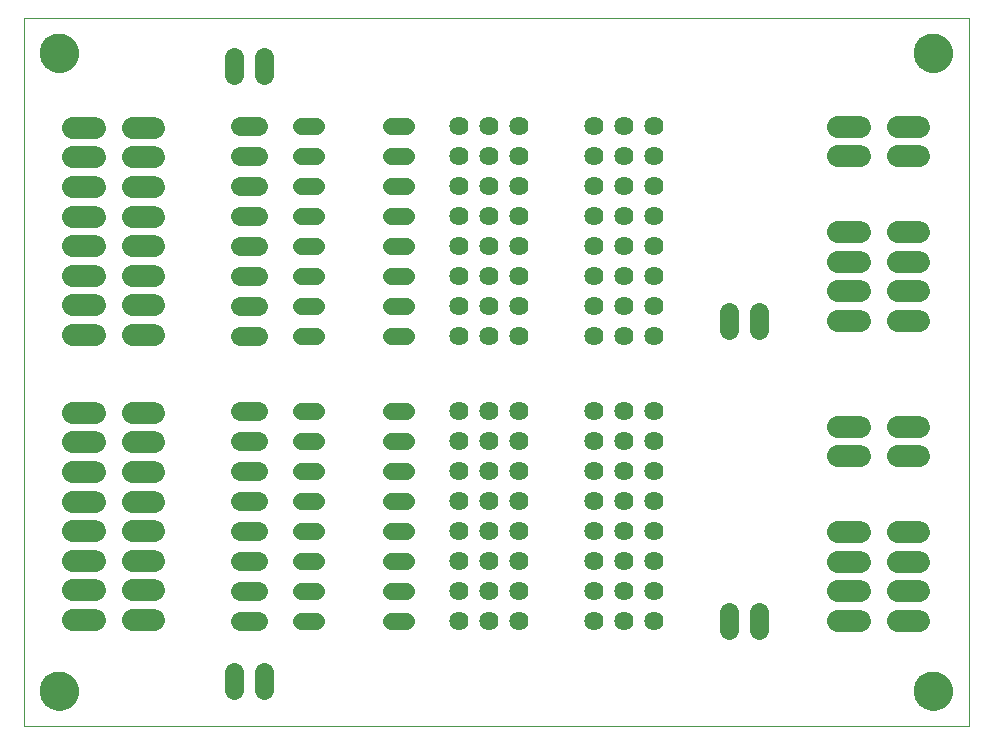
<source format=gbs>
G75*
%MOIN*%
%OFA0B0*%
%FSLAX25Y25*%
%IPPOS*%
%LPD*%
%AMOC8*
5,1,8,0,0,1.08239X$1,22.5*
%
%ADD10C,0.00000*%
%ADD11C,0.12998*%
%ADD12C,0.06400*%
%ADD13C,0.06400*%
%ADD14C,0.07487*%
%ADD15C,0.05600*%
D10*
X0001000Y0001000D02*
X0001000Y0237220D01*
X0315961Y0237220D01*
X0315961Y0001000D01*
X0001000Y0001000D01*
X0006512Y0012811D02*
X0006514Y0012969D01*
X0006520Y0013127D01*
X0006530Y0013285D01*
X0006544Y0013443D01*
X0006562Y0013600D01*
X0006583Y0013757D01*
X0006609Y0013913D01*
X0006639Y0014069D01*
X0006672Y0014224D01*
X0006710Y0014377D01*
X0006751Y0014530D01*
X0006796Y0014682D01*
X0006845Y0014833D01*
X0006898Y0014982D01*
X0006954Y0015130D01*
X0007014Y0015276D01*
X0007078Y0015421D01*
X0007146Y0015564D01*
X0007217Y0015706D01*
X0007291Y0015846D01*
X0007369Y0015983D01*
X0007451Y0016119D01*
X0007535Y0016253D01*
X0007624Y0016384D01*
X0007715Y0016513D01*
X0007810Y0016640D01*
X0007907Y0016765D01*
X0008008Y0016887D01*
X0008112Y0017006D01*
X0008219Y0017123D01*
X0008329Y0017237D01*
X0008442Y0017348D01*
X0008557Y0017457D01*
X0008675Y0017562D01*
X0008796Y0017664D01*
X0008919Y0017764D01*
X0009045Y0017860D01*
X0009173Y0017953D01*
X0009303Y0018043D01*
X0009436Y0018129D01*
X0009571Y0018213D01*
X0009707Y0018292D01*
X0009846Y0018369D01*
X0009987Y0018441D01*
X0010129Y0018511D01*
X0010273Y0018576D01*
X0010419Y0018638D01*
X0010566Y0018696D01*
X0010715Y0018751D01*
X0010865Y0018802D01*
X0011016Y0018849D01*
X0011168Y0018892D01*
X0011321Y0018931D01*
X0011476Y0018967D01*
X0011631Y0018998D01*
X0011787Y0019026D01*
X0011943Y0019050D01*
X0012100Y0019070D01*
X0012258Y0019086D01*
X0012415Y0019098D01*
X0012574Y0019106D01*
X0012732Y0019110D01*
X0012890Y0019110D01*
X0013048Y0019106D01*
X0013207Y0019098D01*
X0013364Y0019086D01*
X0013522Y0019070D01*
X0013679Y0019050D01*
X0013835Y0019026D01*
X0013991Y0018998D01*
X0014146Y0018967D01*
X0014301Y0018931D01*
X0014454Y0018892D01*
X0014606Y0018849D01*
X0014757Y0018802D01*
X0014907Y0018751D01*
X0015056Y0018696D01*
X0015203Y0018638D01*
X0015349Y0018576D01*
X0015493Y0018511D01*
X0015635Y0018441D01*
X0015776Y0018369D01*
X0015915Y0018292D01*
X0016051Y0018213D01*
X0016186Y0018129D01*
X0016319Y0018043D01*
X0016449Y0017953D01*
X0016577Y0017860D01*
X0016703Y0017764D01*
X0016826Y0017664D01*
X0016947Y0017562D01*
X0017065Y0017457D01*
X0017180Y0017348D01*
X0017293Y0017237D01*
X0017403Y0017123D01*
X0017510Y0017006D01*
X0017614Y0016887D01*
X0017715Y0016765D01*
X0017812Y0016640D01*
X0017907Y0016513D01*
X0017998Y0016384D01*
X0018087Y0016253D01*
X0018171Y0016119D01*
X0018253Y0015983D01*
X0018331Y0015846D01*
X0018405Y0015706D01*
X0018476Y0015564D01*
X0018544Y0015421D01*
X0018608Y0015276D01*
X0018668Y0015130D01*
X0018724Y0014982D01*
X0018777Y0014833D01*
X0018826Y0014682D01*
X0018871Y0014530D01*
X0018912Y0014377D01*
X0018950Y0014224D01*
X0018983Y0014069D01*
X0019013Y0013913D01*
X0019039Y0013757D01*
X0019060Y0013600D01*
X0019078Y0013443D01*
X0019092Y0013285D01*
X0019102Y0013127D01*
X0019108Y0012969D01*
X0019110Y0012811D01*
X0019108Y0012653D01*
X0019102Y0012495D01*
X0019092Y0012337D01*
X0019078Y0012179D01*
X0019060Y0012022D01*
X0019039Y0011865D01*
X0019013Y0011709D01*
X0018983Y0011553D01*
X0018950Y0011398D01*
X0018912Y0011245D01*
X0018871Y0011092D01*
X0018826Y0010940D01*
X0018777Y0010789D01*
X0018724Y0010640D01*
X0018668Y0010492D01*
X0018608Y0010346D01*
X0018544Y0010201D01*
X0018476Y0010058D01*
X0018405Y0009916D01*
X0018331Y0009776D01*
X0018253Y0009639D01*
X0018171Y0009503D01*
X0018087Y0009369D01*
X0017998Y0009238D01*
X0017907Y0009109D01*
X0017812Y0008982D01*
X0017715Y0008857D01*
X0017614Y0008735D01*
X0017510Y0008616D01*
X0017403Y0008499D01*
X0017293Y0008385D01*
X0017180Y0008274D01*
X0017065Y0008165D01*
X0016947Y0008060D01*
X0016826Y0007958D01*
X0016703Y0007858D01*
X0016577Y0007762D01*
X0016449Y0007669D01*
X0016319Y0007579D01*
X0016186Y0007493D01*
X0016051Y0007409D01*
X0015915Y0007330D01*
X0015776Y0007253D01*
X0015635Y0007181D01*
X0015493Y0007111D01*
X0015349Y0007046D01*
X0015203Y0006984D01*
X0015056Y0006926D01*
X0014907Y0006871D01*
X0014757Y0006820D01*
X0014606Y0006773D01*
X0014454Y0006730D01*
X0014301Y0006691D01*
X0014146Y0006655D01*
X0013991Y0006624D01*
X0013835Y0006596D01*
X0013679Y0006572D01*
X0013522Y0006552D01*
X0013364Y0006536D01*
X0013207Y0006524D01*
X0013048Y0006516D01*
X0012890Y0006512D01*
X0012732Y0006512D01*
X0012574Y0006516D01*
X0012415Y0006524D01*
X0012258Y0006536D01*
X0012100Y0006552D01*
X0011943Y0006572D01*
X0011787Y0006596D01*
X0011631Y0006624D01*
X0011476Y0006655D01*
X0011321Y0006691D01*
X0011168Y0006730D01*
X0011016Y0006773D01*
X0010865Y0006820D01*
X0010715Y0006871D01*
X0010566Y0006926D01*
X0010419Y0006984D01*
X0010273Y0007046D01*
X0010129Y0007111D01*
X0009987Y0007181D01*
X0009846Y0007253D01*
X0009707Y0007330D01*
X0009571Y0007409D01*
X0009436Y0007493D01*
X0009303Y0007579D01*
X0009173Y0007669D01*
X0009045Y0007762D01*
X0008919Y0007858D01*
X0008796Y0007958D01*
X0008675Y0008060D01*
X0008557Y0008165D01*
X0008442Y0008274D01*
X0008329Y0008385D01*
X0008219Y0008499D01*
X0008112Y0008616D01*
X0008008Y0008735D01*
X0007907Y0008857D01*
X0007810Y0008982D01*
X0007715Y0009109D01*
X0007624Y0009238D01*
X0007535Y0009369D01*
X0007451Y0009503D01*
X0007369Y0009639D01*
X0007291Y0009776D01*
X0007217Y0009916D01*
X0007146Y0010058D01*
X0007078Y0010201D01*
X0007014Y0010346D01*
X0006954Y0010492D01*
X0006898Y0010640D01*
X0006845Y0010789D01*
X0006796Y0010940D01*
X0006751Y0011092D01*
X0006710Y0011245D01*
X0006672Y0011398D01*
X0006639Y0011553D01*
X0006609Y0011709D01*
X0006583Y0011865D01*
X0006562Y0012022D01*
X0006544Y0012179D01*
X0006530Y0012337D01*
X0006520Y0012495D01*
X0006514Y0012653D01*
X0006512Y0012811D01*
X0006512Y0225409D02*
X0006514Y0225567D01*
X0006520Y0225725D01*
X0006530Y0225883D01*
X0006544Y0226041D01*
X0006562Y0226198D01*
X0006583Y0226355D01*
X0006609Y0226511D01*
X0006639Y0226667D01*
X0006672Y0226822D01*
X0006710Y0226975D01*
X0006751Y0227128D01*
X0006796Y0227280D01*
X0006845Y0227431D01*
X0006898Y0227580D01*
X0006954Y0227728D01*
X0007014Y0227874D01*
X0007078Y0228019D01*
X0007146Y0228162D01*
X0007217Y0228304D01*
X0007291Y0228444D01*
X0007369Y0228581D01*
X0007451Y0228717D01*
X0007535Y0228851D01*
X0007624Y0228982D01*
X0007715Y0229111D01*
X0007810Y0229238D01*
X0007907Y0229363D01*
X0008008Y0229485D01*
X0008112Y0229604D01*
X0008219Y0229721D01*
X0008329Y0229835D01*
X0008442Y0229946D01*
X0008557Y0230055D01*
X0008675Y0230160D01*
X0008796Y0230262D01*
X0008919Y0230362D01*
X0009045Y0230458D01*
X0009173Y0230551D01*
X0009303Y0230641D01*
X0009436Y0230727D01*
X0009571Y0230811D01*
X0009707Y0230890D01*
X0009846Y0230967D01*
X0009987Y0231039D01*
X0010129Y0231109D01*
X0010273Y0231174D01*
X0010419Y0231236D01*
X0010566Y0231294D01*
X0010715Y0231349D01*
X0010865Y0231400D01*
X0011016Y0231447D01*
X0011168Y0231490D01*
X0011321Y0231529D01*
X0011476Y0231565D01*
X0011631Y0231596D01*
X0011787Y0231624D01*
X0011943Y0231648D01*
X0012100Y0231668D01*
X0012258Y0231684D01*
X0012415Y0231696D01*
X0012574Y0231704D01*
X0012732Y0231708D01*
X0012890Y0231708D01*
X0013048Y0231704D01*
X0013207Y0231696D01*
X0013364Y0231684D01*
X0013522Y0231668D01*
X0013679Y0231648D01*
X0013835Y0231624D01*
X0013991Y0231596D01*
X0014146Y0231565D01*
X0014301Y0231529D01*
X0014454Y0231490D01*
X0014606Y0231447D01*
X0014757Y0231400D01*
X0014907Y0231349D01*
X0015056Y0231294D01*
X0015203Y0231236D01*
X0015349Y0231174D01*
X0015493Y0231109D01*
X0015635Y0231039D01*
X0015776Y0230967D01*
X0015915Y0230890D01*
X0016051Y0230811D01*
X0016186Y0230727D01*
X0016319Y0230641D01*
X0016449Y0230551D01*
X0016577Y0230458D01*
X0016703Y0230362D01*
X0016826Y0230262D01*
X0016947Y0230160D01*
X0017065Y0230055D01*
X0017180Y0229946D01*
X0017293Y0229835D01*
X0017403Y0229721D01*
X0017510Y0229604D01*
X0017614Y0229485D01*
X0017715Y0229363D01*
X0017812Y0229238D01*
X0017907Y0229111D01*
X0017998Y0228982D01*
X0018087Y0228851D01*
X0018171Y0228717D01*
X0018253Y0228581D01*
X0018331Y0228444D01*
X0018405Y0228304D01*
X0018476Y0228162D01*
X0018544Y0228019D01*
X0018608Y0227874D01*
X0018668Y0227728D01*
X0018724Y0227580D01*
X0018777Y0227431D01*
X0018826Y0227280D01*
X0018871Y0227128D01*
X0018912Y0226975D01*
X0018950Y0226822D01*
X0018983Y0226667D01*
X0019013Y0226511D01*
X0019039Y0226355D01*
X0019060Y0226198D01*
X0019078Y0226041D01*
X0019092Y0225883D01*
X0019102Y0225725D01*
X0019108Y0225567D01*
X0019110Y0225409D01*
X0019108Y0225251D01*
X0019102Y0225093D01*
X0019092Y0224935D01*
X0019078Y0224777D01*
X0019060Y0224620D01*
X0019039Y0224463D01*
X0019013Y0224307D01*
X0018983Y0224151D01*
X0018950Y0223996D01*
X0018912Y0223843D01*
X0018871Y0223690D01*
X0018826Y0223538D01*
X0018777Y0223387D01*
X0018724Y0223238D01*
X0018668Y0223090D01*
X0018608Y0222944D01*
X0018544Y0222799D01*
X0018476Y0222656D01*
X0018405Y0222514D01*
X0018331Y0222374D01*
X0018253Y0222237D01*
X0018171Y0222101D01*
X0018087Y0221967D01*
X0017998Y0221836D01*
X0017907Y0221707D01*
X0017812Y0221580D01*
X0017715Y0221455D01*
X0017614Y0221333D01*
X0017510Y0221214D01*
X0017403Y0221097D01*
X0017293Y0220983D01*
X0017180Y0220872D01*
X0017065Y0220763D01*
X0016947Y0220658D01*
X0016826Y0220556D01*
X0016703Y0220456D01*
X0016577Y0220360D01*
X0016449Y0220267D01*
X0016319Y0220177D01*
X0016186Y0220091D01*
X0016051Y0220007D01*
X0015915Y0219928D01*
X0015776Y0219851D01*
X0015635Y0219779D01*
X0015493Y0219709D01*
X0015349Y0219644D01*
X0015203Y0219582D01*
X0015056Y0219524D01*
X0014907Y0219469D01*
X0014757Y0219418D01*
X0014606Y0219371D01*
X0014454Y0219328D01*
X0014301Y0219289D01*
X0014146Y0219253D01*
X0013991Y0219222D01*
X0013835Y0219194D01*
X0013679Y0219170D01*
X0013522Y0219150D01*
X0013364Y0219134D01*
X0013207Y0219122D01*
X0013048Y0219114D01*
X0012890Y0219110D01*
X0012732Y0219110D01*
X0012574Y0219114D01*
X0012415Y0219122D01*
X0012258Y0219134D01*
X0012100Y0219150D01*
X0011943Y0219170D01*
X0011787Y0219194D01*
X0011631Y0219222D01*
X0011476Y0219253D01*
X0011321Y0219289D01*
X0011168Y0219328D01*
X0011016Y0219371D01*
X0010865Y0219418D01*
X0010715Y0219469D01*
X0010566Y0219524D01*
X0010419Y0219582D01*
X0010273Y0219644D01*
X0010129Y0219709D01*
X0009987Y0219779D01*
X0009846Y0219851D01*
X0009707Y0219928D01*
X0009571Y0220007D01*
X0009436Y0220091D01*
X0009303Y0220177D01*
X0009173Y0220267D01*
X0009045Y0220360D01*
X0008919Y0220456D01*
X0008796Y0220556D01*
X0008675Y0220658D01*
X0008557Y0220763D01*
X0008442Y0220872D01*
X0008329Y0220983D01*
X0008219Y0221097D01*
X0008112Y0221214D01*
X0008008Y0221333D01*
X0007907Y0221455D01*
X0007810Y0221580D01*
X0007715Y0221707D01*
X0007624Y0221836D01*
X0007535Y0221967D01*
X0007451Y0222101D01*
X0007369Y0222237D01*
X0007291Y0222374D01*
X0007217Y0222514D01*
X0007146Y0222656D01*
X0007078Y0222799D01*
X0007014Y0222944D01*
X0006954Y0223090D01*
X0006898Y0223238D01*
X0006845Y0223387D01*
X0006796Y0223538D01*
X0006751Y0223690D01*
X0006710Y0223843D01*
X0006672Y0223996D01*
X0006639Y0224151D01*
X0006609Y0224307D01*
X0006583Y0224463D01*
X0006562Y0224620D01*
X0006544Y0224777D01*
X0006530Y0224935D01*
X0006520Y0225093D01*
X0006514Y0225251D01*
X0006512Y0225409D01*
X0297851Y0225409D02*
X0297853Y0225567D01*
X0297859Y0225725D01*
X0297869Y0225883D01*
X0297883Y0226041D01*
X0297901Y0226198D01*
X0297922Y0226355D01*
X0297948Y0226511D01*
X0297978Y0226667D01*
X0298011Y0226822D01*
X0298049Y0226975D01*
X0298090Y0227128D01*
X0298135Y0227280D01*
X0298184Y0227431D01*
X0298237Y0227580D01*
X0298293Y0227728D01*
X0298353Y0227874D01*
X0298417Y0228019D01*
X0298485Y0228162D01*
X0298556Y0228304D01*
X0298630Y0228444D01*
X0298708Y0228581D01*
X0298790Y0228717D01*
X0298874Y0228851D01*
X0298963Y0228982D01*
X0299054Y0229111D01*
X0299149Y0229238D01*
X0299246Y0229363D01*
X0299347Y0229485D01*
X0299451Y0229604D01*
X0299558Y0229721D01*
X0299668Y0229835D01*
X0299781Y0229946D01*
X0299896Y0230055D01*
X0300014Y0230160D01*
X0300135Y0230262D01*
X0300258Y0230362D01*
X0300384Y0230458D01*
X0300512Y0230551D01*
X0300642Y0230641D01*
X0300775Y0230727D01*
X0300910Y0230811D01*
X0301046Y0230890D01*
X0301185Y0230967D01*
X0301326Y0231039D01*
X0301468Y0231109D01*
X0301612Y0231174D01*
X0301758Y0231236D01*
X0301905Y0231294D01*
X0302054Y0231349D01*
X0302204Y0231400D01*
X0302355Y0231447D01*
X0302507Y0231490D01*
X0302660Y0231529D01*
X0302815Y0231565D01*
X0302970Y0231596D01*
X0303126Y0231624D01*
X0303282Y0231648D01*
X0303439Y0231668D01*
X0303597Y0231684D01*
X0303754Y0231696D01*
X0303913Y0231704D01*
X0304071Y0231708D01*
X0304229Y0231708D01*
X0304387Y0231704D01*
X0304546Y0231696D01*
X0304703Y0231684D01*
X0304861Y0231668D01*
X0305018Y0231648D01*
X0305174Y0231624D01*
X0305330Y0231596D01*
X0305485Y0231565D01*
X0305640Y0231529D01*
X0305793Y0231490D01*
X0305945Y0231447D01*
X0306096Y0231400D01*
X0306246Y0231349D01*
X0306395Y0231294D01*
X0306542Y0231236D01*
X0306688Y0231174D01*
X0306832Y0231109D01*
X0306974Y0231039D01*
X0307115Y0230967D01*
X0307254Y0230890D01*
X0307390Y0230811D01*
X0307525Y0230727D01*
X0307658Y0230641D01*
X0307788Y0230551D01*
X0307916Y0230458D01*
X0308042Y0230362D01*
X0308165Y0230262D01*
X0308286Y0230160D01*
X0308404Y0230055D01*
X0308519Y0229946D01*
X0308632Y0229835D01*
X0308742Y0229721D01*
X0308849Y0229604D01*
X0308953Y0229485D01*
X0309054Y0229363D01*
X0309151Y0229238D01*
X0309246Y0229111D01*
X0309337Y0228982D01*
X0309426Y0228851D01*
X0309510Y0228717D01*
X0309592Y0228581D01*
X0309670Y0228444D01*
X0309744Y0228304D01*
X0309815Y0228162D01*
X0309883Y0228019D01*
X0309947Y0227874D01*
X0310007Y0227728D01*
X0310063Y0227580D01*
X0310116Y0227431D01*
X0310165Y0227280D01*
X0310210Y0227128D01*
X0310251Y0226975D01*
X0310289Y0226822D01*
X0310322Y0226667D01*
X0310352Y0226511D01*
X0310378Y0226355D01*
X0310399Y0226198D01*
X0310417Y0226041D01*
X0310431Y0225883D01*
X0310441Y0225725D01*
X0310447Y0225567D01*
X0310449Y0225409D01*
X0310447Y0225251D01*
X0310441Y0225093D01*
X0310431Y0224935D01*
X0310417Y0224777D01*
X0310399Y0224620D01*
X0310378Y0224463D01*
X0310352Y0224307D01*
X0310322Y0224151D01*
X0310289Y0223996D01*
X0310251Y0223843D01*
X0310210Y0223690D01*
X0310165Y0223538D01*
X0310116Y0223387D01*
X0310063Y0223238D01*
X0310007Y0223090D01*
X0309947Y0222944D01*
X0309883Y0222799D01*
X0309815Y0222656D01*
X0309744Y0222514D01*
X0309670Y0222374D01*
X0309592Y0222237D01*
X0309510Y0222101D01*
X0309426Y0221967D01*
X0309337Y0221836D01*
X0309246Y0221707D01*
X0309151Y0221580D01*
X0309054Y0221455D01*
X0308953Y0221333D01*
X0308849Y0221214D01*
X0308742Y0221097D01*
X0308632Y0220983D01*
X0308519Y0220872D01*
X0308404Y0220763D01*
X0308286Y0220658D01*
X0308165Y0220556D01*
X0308042Y0220456D01*
X0307916Y0220360D01*
X0307788Y0220267D01*
X0307658Y0220177D01*
X0307525Y0220091D01*
X0307390Y0220007D01*
X0307254Y0219928D01*
X0307115Y0219851D01*
X0306974Y0219779D01*
X0306832Y0219709D01*
X0306688Y0219644D01*
X0306542Y0219582D01*
X0306395Y0219524D01*
X0306246Y0219469D01*
X0306096Y0219418D01*
X0305945Y0219371D01*
X0305793Y0219328D01*
X0305640Y0219289D01*
X0305485Y0219253D01*
X0305330Y0219222D01*
X0305174Y0219194D01*
X0305018Y0219170D01*
X0304861Y0219150D01*
X0304703Y0219134D01*
X0304546Y0219122D01*
X0304387Y0219114D01*
X0304229Y0219110D01*
X0304071Y0219110D01*
X0303913Y0219114D01*
X0303754Y0219122D01*
X0303597Y0219134D01*
X0303439Y0219150D01*
X0303282Y0219170D01*
X0303126Y0219194D01*
X0302970Y0219222D01*
X0302815Y0219253D01*
X0302660Y0219289D01*
X0302507Y0219328D01*
X0302355Y0219371D01*
X0302204Y0219418D01*
X0302054Y0219469D01*
X0301905Y0219524D01*
X0301758Y0219582D01*
X0301612Y0219644D01*
X0301468Y0219709D01*
X0301326Y0219779D01*
X0301185Y0219851D01*
X0301046Y0219928D01*
X0300910Y0220007D01*
X0300775Y0220091D01*
X0300642Y0220177D01*
X0300512Y0220267D01*
X0300384Y0220360D01*
X0300258Y0220456D01*
X0300135Y0220556D01*
X0300014Y0220658D01*
X0299896Y0220763D01*
X0299781Y0220872D01*
X0299668Y0220983D01*
X0299558Y0221097D01*
X0299451Y0221214D01*
X0299347Y0221333D01*
X0299246Y0221455D01*
X0299149Y0221580D01*
X0299054Y0221707D01*
X0298963Y0221836D01*
X0298874Y0221967D01*
X0298790Y0222101D01*
X0298708Y0222237D01*
X0298630Y0222374D01*
X0298556Y0222514D01*
X0298485Y0222656D01*
X0298417Y0222799D01*
X0298353Y0222944D01*
X0298293Y0223090D01*
X0298237Y0223238D01*
X0298184Y0223387D01*
X0298135Y0223538D01*
X0298090Y0223690D01*
X0298049Y0223843D01*
X0298011Y0223996D01*
X0297978Y0224151D01*
X0297948Y0224307D01*
X0297922Y0224463D01*
X0297901Y0224620D01*
X0297883Y0224777D01*
X0297869Y0224935D01*
X0297859Y0225093D01*
X0297853Y0225251D01*
X0297851Y0225409D01*
X0297851Y0012811D02*
X0297853Y0012969D01*
X0297859Y0013127D01*
X0297869Y0013285D01*
X0297883Y0013443D01*
X0297901Y0013600D01*
X0297922Y0013757D01*
X0297948Y0013913D01*
X0297978Y0014069D01*
X0298011Y0014224D01*
X0298049Y0014377D01*
X0298090Y0014530D01*
X0298135Y0014682D01*
X0298184Y0014833D01*
X0298237Y0014982D01*
X0298293Y0015130D01*
X0298353Y0015276D01*
X0298417Y0015421D01*
X0298485Y0015564D01*
X0298556Y0015706D01*
X0298630Y0015846D01*
X0298708Y0015983D01*
X0298790Y0016119D01*
X0298874Y0016253D01*
X0298963Y0016384D01*
X0299054Y0016513D01*
X0299149Y0016640D01*
X0299246Y0016765D01*
X0299347Y0016887D01*
X0299451Y0017006D01*
X0299558Y0017123D01*
X0299668Y0017237D01*
X0299781Y0017348D01*
X0299896Y0017457D01*
X0300014Y0017562D01*
X0300135Y0017664D01*
X0300258Y0017764D01*
X0300384Y0017860D01*
X0300512Y0017953D01*
X0300642Y0018043D01*
X0300775Y0018129D01*
X0300910Y0018213D01*
X0301046Y0018292D01*
X0301185Y0018369D01*
X0301326Y0018441D01*
X0301468Y0018511D01*
X0301612Y0018576D01*
X0301758Y0018638D01*
X0301905Y0018696D01*
X0302054Y0018751D01*
X0302204Y0018802D01*
X0302355Y0018849D01*
X0302507Y0018892D01*
X0302660Y0018931D01*
X0302815Y0018967D01*
X0302970Y0018998D01*
X0303126Y0019026D01*
X0303282Y0019050D01*
X0303439Y0019070D01*
X0303597Y0019086D01*
X0303754Y0019098D01*
X0303913Y0019106D01*
X0304071Y0019110D01*
X0304229Y0019110D01*
X0304387Y0019106D01*
X0304546Y0019098D01*
X0304703Y0019086D01*
X0304861Y0019070D01*
X0305018Y0019050D01*
X0305174Y0019026D01*
X0305330Y0018998D01*
X0305485Y0018967D01*
X0305640Y0018931D01*
X0305793Y0018892D01*
X0305945Y0018849D01*
X0306096Y0018802D01*
X0306246Y0018751D01*
X0306395Y0018696D01*
X0306542Y0018638D01*
X0306688Y0018576D01*
X0306832Y0018511D01*
X0306974Y0018441D01*
X0307115Y0018369D01*
X0307254Y0018292D01*
X0307390Y0018213D01*
X0307525Y0018129D01*
X0307658Y0018043D01*
X0307788Y0017953D01*
X0307916Y0017860D01*
X0308042Y0017764D01*
X0308165Y0017664D01*
X0308286Y0017562D01*
X0308404Y0017457D01*
X0308519Y0017348D01*
X0308632Y0017237D01*
X0308742Y0017123D01*
X0308849Y0017006D01*
X0308953Y0016887D01*
X0309054Y0016765D01*
X0309151Y0016640D01*
X0309246Y0016513D01*
X0309337Y0016384D01*
X0309426Y0016253D01*
X0309510Y0016119D01*
X0309592Y0015983D01*
X0309670Y0015846D01*
X0309744Y0015706D01*
X0309815Y0015564D01*
X0309883Y0015421D01*
X0309947Y0015276D01*
X0310007Y0015130D01*
X0310063Y0014982D01*
X0310116Y0014833D01*
X0310165Y0014682D01*
X0310210Y0014530D01*
X0310251Y0014377D01*
X0310289Y0014224D01*
X0310322Y0014069D01*
X0310352Y0013913D01*
X0310378Y0013757D01*
X0310399Y0013600D01*
X0310417Y0013443D01*
X0310431Y0013285D01*
X0310441Y0013127D01*
X0310447Y0012969D01*
X0310449Y0012811D01*
X0310447Y0012653D01*
X0310441Y0012495D01*
X0310431Y0012337D01*
X0310417Y0012179D01*
X0310399Y0012022D01*
X0310378Y0011865D01*
X0310352Y0011709D01*
X0310322Y0011553D01*
X0310289Y0011398D01*
X0310251Y0011245D01*
X0310210Y0011092D01*
X0310165Y0010940D01*
X0310116Y0010789D01*
X0310063Y0010640D01*
X0310007Y0010492D01*
X0309947Y0010346D01*
X0309883Y0010201D01*
X0309815Y0010058D01*
X0309744Y0009916D01*
X0309670Y0009776D01*
X0309592Y0009639D01*
X0309510Y0009503D01*
X0309426Y0009369D01*
X0309337Y0009238D01*
X0309246Y0009109D01*
X0309151Y0008982D01*
X0309054Y0008857D01*
X0308953Y0008735D01*
X0308849Y0008616D01*
X0308742Y0008499D01*
X0308632Y0008385D01*
X0308519Y0008274D01*
X0308404Y0008165D01*
X0308286Y0008060D01*
X0308165Y0007958D01*
X0308042Y0007858D01*
X0307916Y0007762D01*
X0307788Y0007669D01*
X0307658Y0007579D01*
X0307525Y0007493D01*
X0307390Y0007409D01*
X0307254Y0007330D01*
X0307115Y0007253D01*
X0306974Y0007181D01*
X0306832Y0007111D01*
X0306688Y0007046D01*
X0306542Y0006984D01*
X0306395Y0006926D01*
X0306246Y0006871D01*
X0306096Y0006820D01*
X0305945Y0006773D01*
X0305793Y0006730D01*
X0305640Y0006691D01*
X0305485Y0006655D01*
X0305330Y0006624D01*
X0305174Y0006596D01*
X0305018Y0006572D01*
X0304861Y0006552D01*
X0304703Y0006536D01*
X0304546Y0006524D01*
X0304387Y0006516D01*
X0304229Y0006512D01*
X0304071Y0006512D01*
X0303913Y0006516D01*
X0303754Y0006524D01*
X0303597Y0006536D01*
X0303439Y0006552D01*
X0303282Y0006572D01*
X0303126Y0006596D01*
X0302970Y0006624D01*
X0302815Y0006655D01*
X0302660Y0006691D01*
X0302507Y0006730D01*
X0302355Y0006773D01*
X0302204Y0006820D01*
X0302054Y0006871D01*
X0301905Y0006926D01*
X0301758Y0006984D01*
X0301612Y0007046D01*
X0301468Y0007111D01*
X0301326Y0007181D01*
X0301185Y0007253D01*
X0301046Y0007330D01*
X0300910Y0007409D01*
X0300775Y0007493D01*
X0300642Y0007579D01*
X0300512Y0007669D01*
X0300384Y0007762D01*
X0300258Y0007858D01*
X0300135Y0007958D01*
X0300014Y0008060D01*
X0299896Y0008165D01*
X0299781Y0008274D01*
X0299668Y0008385D01*
X0299558Y0008499D01*
X0299451Y0008616D01*
X0299347Y0008735D01*
X0299246Y0008857D01*
X0299149Y0008982D01*
X0299054Y0009109D01*
X0298963Y0009238D01*
X0298874Y0009369D01*
X0298790Y0009503D01*
X0298708Y0009639D01*
X0298630Y0009776D01*
X0298556Y0009916D01*
X0298485Y0010058D01*
X0298417Y0010201D01*
X0298353Y0010346D01*
X0298293Y0010492D01*
X0298237Y0010640D01*
X0298184Y0010789D01*
X0298135Y0010940D01*
X0298090Y0011092D01*
X0298049Y0011245D01*
X0298011Y0011398D01*
X0297978Y0011553D01*
X0297948Y0011709D01*
X0297922Y0011865D01*
X0297901Y0012022D01*
X0297883Y0012179D01*
X0297869Y0012337D01*
X0297859Y0012495D01*
X0297853Y0012653D01*
X0297851Y0012811D01*
D11*
X0304150Y0012811D03*
X0304150Y0225409D03*
X0012811Y0225409D03*
X0012811Y0012811D03*
D12*
X0071000Y0013000D02*
X0071000Y0019000D01*
X0081000Y0019000D02*
X0081000Y0013000D01*
X0079000Y0036000D02*
X0073000Y0036000D01*
X0073000Y0046000D02*
X0079000Y0046000D01*
X0079000Y0056000D02*
X0073000Y0056000D01*
X0073000Y0066000D02*
X0079000Y0066000D01*
X0079000Y0076000D02*
X0073000Y0076000D01*
X0073000Y0086000D02*
X0079000Y0086000D01*
X0079000Y0096000D02*
X0073000Y0096000D01*
X0073000Y0106000D02*
X0079000Y0106000D01*
X0079000Y0131000D02*
X0073000Y0131000D01*
X0073000Y0141000D02*
X0079000Y0141000D01*
X0079000Y0151000D02*
X0073000Y0151000D01*
X0073000Y0161000D02*
X0079000Y0161000D01*
X0079000Y0171000D02*
X0073000Y0171000D01*
X0073000Y0181000D02*
X0079000Y0181000D01*
X0079000Y0191000D02*
X0073000Y0191000D01*
X0073000Y0201000D02*
X0079000Y0201000D01*
X0081000Y0218000D02*
X0081000Y0224000D01*
X0071000Y0224000D02*
X0071000Y0218000D01*
X0236000Y0139000D02*
X0236000Y0133000D01*
X0246000Y0133000D02*
X0246000Y0139000D01*
X0246000Y0039000D02*
X0246000Y0033000D01*
X0236000Y0033000D02*
X0236000Y0039000D01*
D13*
X0211000Y0036000D03*
X0201000Y0036000D03*
X0191000Y0036000D03*
X0191000Y0046000D03*
X0201000Y0046000D03*
X0211000Y0046000D03*
X0211000Y0056000D03*
X0201000Y0056000D03*
X0191000Y0056000D03*
X0191000Y0066000D03*
X0201000Y0066000D03*
X0211000Y0066000D03*
X0211000Y0076000D03*
X0201000Y0076000D03*
X0191000Y0076000D03*
X0191000Y0086000D03*
X0201000Y0086000D03*
X0211000Y0086000D03*
X0211000Y0096000D03*
X0201000Y0096000D03*
X0191000Y0096000D03*
X0191000Y0106000D03*
X0201000Y0106000D03*
X0211000Y0106000D03*
X0211000Y0131000D03*
X0201000Y0131000D03*
X0191000Y0131000D03*
X0191000Y0141000D03*
X0201000Y0141000D03*
X0211000Y0141000D03*
X0211000Y0151000D03*
X0201000Y0151000D03*
X0191000Y0151000D03*
X0191000Y0161000D03*
X0201000Y0161000D03*
X0211000Y0161000D03*
X0211000Y0171000D03*
X0201000Y0171000D03*
X0191000Y0171000D03*
X0191000Y0181000D03*
X0201000Y0181000D03*
X0211000Y0181000D03*
X0211000Y0191000D03*
X0201000Y0191000D03*
X0191000Y0191000D03*
X0191000Y0201000D03*
X0201000Y0201000D03*
X0211000Y0201000D03*
X0166000Y0201000D03*
X0156000Y0201000D03*
X0146000Y0201000D03*
X0146000Y0191000D03*
X0156000Y0191000D03*
X0166000Y0191000D03*
X0166000Y0181000D03*
X0156000Y0181000D03*
X0146000Y0181000D03*
X0146000Y0171000D03*
X0156000Y0171000D03*
X0166000Y0171000D03*
X0166000Y0161000D03*
X0156000Y0161000D03*
X0146000Y0161000D03*
X0146000Y0151000D03*
X0156000Y0151000D03*
X0166000Y0151000D03*
X0166000Y0141000D03*
X0156000Y0141000D03*
X0146000Y0141000D03*
X0146000Y0131000D03*
X0156000Y0131000D03*
X0166000Y0131000D03*
X0166000Y0106000D03*
X0156000Y0106000D03*
X0146000Y0106000D03*
X0146000Y0096000D03*
X0156000Y0096000D03*
X0166000Y0096000D03*
X0166000Y0086000D03*
X0156000Y0086000D03*
X0146000Y0086000D03*
X0146000Y0076000D03*
X0156000Y0076000D03*
X0166000Y0076000D03*
X0166000Y0066000D03*
X0156000Y0066000D03*
X0146000Y0066000D03*
X0146000Y0056000D03*
X0156000Y0056000D03*
X0166000Y0056000D03*
X0166000Y0046000D03*
X0156000Y0046000D03*
X0146000Y0046000D03*
X0146000Y0036000D03*
X0156000Y0036000D03*
X0166000Y0036000D03*
D14*
X0272614Y0036236D02*
X0279701Y0036236D01*
X0279701Y0046079D02*
X0272614Y0046079D01*
X0272614Y0055921D02*
X0279701Y0055921D01*
X0279701Y0065764D02*
X0272614Y0065764D01*
X0292299Y0065764D02*
X0299386Y0065764D01*
X0299386Y0055921D02*
X0292299Y0055921D01*
X0292299Y0046079D02*
X0299386Y0046079D01*
X0299386Y0036236D02*
X0292299Y0036236D01*
X0292299Y0091079D02*
X0299386Y0091079D01*
X0299386Y0100921D02*
X0292299Y0100921D01*
X0279701Y0100921D02*
X0272614Y0100921D01*
X0272614Y0091079D02*
X0279701Y0091079D01*
X0279701Y0136236D02*
X0272614Y0136236D01*
X0272614Y0146079D02*
X0279701Y0146079D01*
X0279701Y0155921D02*
X0272614Y0155921D01*
X0272614Y0165764D02*
X0279701Y0165764D01*
X0292299Y0165764D02*
X0299386Y0165764D01*
X0299386Y0155921D02*
X0292299Y0155921D01*
X0292299Y0146079D02*
X0299386Y0146079D01*
X0299386Y0136236D02*
X0292299Y0136236D01*
X0292299Y0191079D02*
X0299386Y0191079D01*
X0299386Y0200921D02*
X0292299Y0200921D01*
X0279701Y0200921D02*
X0272614Y0200921D01*
X0272614Y0191079D02*
X0279701Y0191079D01*
X0044386Y0190606D02*
X0037299Y0190606D01*
X0037299Y0200449D02*
X0044386Y0200449D01*
X0024701Y0200449D02*
X0017614Y0200449D01*
X0017614Y0190606D02*
X0024701Y0190606D01*
X0024701Y0180764D02*
X0017614Y0180764D01*
X0017614Y0170921D02*
X0024701Y0170921D01*
X0024701Y0161079D02*
X0017614Y0161079D01*
X0017614Y0151236D02*
X0024701Y0151236D01*
X0024701Y0141394D02*
X0017614Y0141394D01*
X0017614Y0131551D02*
X0024701Y0131551D01*
X0037299Y0131551D02*
X0044386Y0131551D01*
X0044386Y0141394D02*
X0037299Y0141394D01*
X0037299Y0151236D02*
X0044386Y0151236D01*
X0044386Y0161079D02*
X0037299Y0161079D01*
X0037299Y0170921D02*
X0044386Y0170921D01*
X0044386Y0180764D02*
X0037299Y0180764D01*
X0037299Y0105449D02*
X0044386Y0105449D01*
X0044386Y0095606D02*
X0037299Y0095606D01*
X0037299Y0085764D02*
X0044386Y0085764D01*
X0044386Y0075921D02*
X0037299Y0075921D01*
X0037299Y0066079D02*
X0044386Y0066079D01*
X0044386Y0056236D02*
X0037299Y0056236D01*
X0037299Y0046394D02*
X0044386Y0046394D01*
X0044386Y0036551D02*
X0037299Y0036551D01*
X0024701Y0036551D02*
X0017614Y0036551D01*
X0017614Y0046394D02*
X0024701Y0046394D01*
X0024701Y0056236D02*
X0017614Y0056236D01*
X0017614Y0066079D02*
X0024701Y0066079D01*
X0024701Y0075921D02*
X0017614Y0075921D01*
X0017614Y0085764D02*
X0024701Y0085764D01*
X0024701Y0095606D02*
X0017614Y0095606D01*
X0017614Y0105449D02*
X0024701Y0105449D01*
D15*
X0093400Y0106000D02*
X0098600Y0106000D01*
X0098600Y0096000D02*
X0093400Y0096000D01*
X0093400Y0086000D02*
X0098600Y0086000D01*
X0098600Y0076000D02*
X0093400Y0076000D01*
X0093400Y0066000D02*
X0098600Y0066000D01*
X0098600Y0056000D02*
X0093400Y0056000D01*
X0093400Y0046000D02*
X0098600Y0046000D01*
X0098600Y0036000D02*
X0093400Y0036000D01*
X0123400Y0036000D02*
X0128600Y0036000D01*
X0128600Y0046000D02*
X0123400Y0046000D01*
X0123400Y0056000D02*
X0128600Y0056000D01*
X0128600Y0066000D02*
X0123400Y0066000D01*
X0123400Y0076000D02*
X0128600Y0076000D01*
X0128600Y0086000D02*
X0123400Y0086000D01*
X0123400Y0096000D02*
X0128600Y0096000D01*
X0128600Y0106000D02*
X0123400Y0106000D01*
X0123400Y0131000D02*
X0128600Y0131000D01*
X0128600Y0141000D02*
X0123400Y0141000D01*
X0123400Y0151000D02*
X0128600Y0151000D01*
X0128600Y0161000D02*
X0123400Y0161000D01*
X0123400Y0171000D02*
X0128600Y0171000D01*
X0128600Y0181000D02*
X0123400Y0181000D01*
X0123400Y0191000D02*
X0128600Y0191000D01*
X0128600Y0201000D02*
X0123400Y0201000D01*
X0098600Y0201000D02*
X0093400Y0201000D01*
X0093400Y0191000D02*
X0098600Y0191000D01*
X0098600Y0181000D02*
X0093400Y0181000D01*
X0093400Y0171000D02*
X0098600Y0171000D01*
X0098600Y0161000D02*
X0093400Y0161000D01*
X0093400Y0151000D02*
X0098600Y0151000D01*
X0098600Y0141000D02*
X0093400Y0141000D01*
X0093400Y0131000D02*
X0098600Y0131000D01*
M02*

</source>
